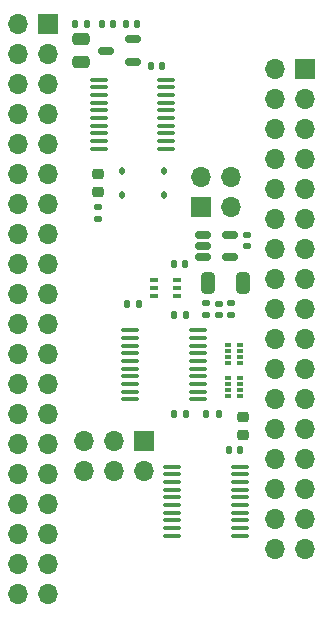
<source format=gbr>
G04 #@! TF.GenerationSoftware,KiCad,Pcbnew,9.0.0*
G04 #@! TF.CreationDate,2025-03-30T00:29:37+00:00*
G04 #@! TF.ProjectId,1MHzAdaptor,314d487a-4164-4617-9074-6f722e6b6963,03b*
G04 #@! TF.SameCoordinates,Original*
G04 #@! TF.FileFunction,Soldermask,Top*
G04 #@! TF.FilePolarity,Negative*
%FSLAX46Y46*%
G04 Gerber Fmt 4.6, Leading zero omitted, Abs format (unit mm)*
G04 Created by KiCad (PCBNEW 9.0.0) date 2025-03-30 00:29:37*
%MOMM*%
%LPD*%
G01*
G04 APERTURE LIST*
G04 Aperture macros list*
%AMRoundRect*
0 Rectangle with rounded corners*
0 $1 Rounding radius*
0 $2 $3 $4 $5 $6 $7 $8 $9 X,Y pos of 4 corners*
0 Add a 4 corners polygon primitive as box body*
4,1,4,$2,$3,$4,$5,$6,$7,$8,$9,$2,$3,0*
0 Add four circle primitives for the rounded corners*
1,1,$1+$1,$2,$3*
1,1,$1+$1,$4,$5*
1,1,$1+$1,$6,$7*
1,1,$1+$1,$8,$9*
0 Add four rect primitives between the rounded corners*
20,1,$1+$1,$2,$3,$4,$5,0*
20,1,$1+$1,$4,$5,$6,$7,0*
20,1,$1+$1,$6,$7,$8,$9,0*
20,1,$1+$1,$8,$9,$2,$3,0*%
G04 Aperture macros list end*
%ADD10R,1.700000X1.700000*%
%ADD11O,1.700000X1.700000*%
%ADD12RoundRect,0.100000X-0.225000X-0.100000X0.225000X-0.100000X0.225000X0.100000X-0.225000X0.100000X0*%
%ADD13RoundRect,0.140000X0.140000X0.170000X-0.140000X0.170000X-0.140000X-0.170000X0.140000X-0.170000X0*%
%ADD14RoundRect,0.100000X-0.637500X-0.100000X0.637500X-0.100000X0.637500X0.100000X-0.637500X0.100000X0*%
%ADD15RoundRect,0.112500X-0.112500X0.187500X-0.112500X-0.187500X0.112500X-0.187500X0.112500X0.187500X0*%
%ADD16R,0.500000X0.320000*%
%ADD17RoundRect,0.135000X-0.135000X-0.185000X0.135000X-0.185000X0.135000X0.185000X-0.135000X0.185000X0*%
%ADD18RoundRect,0.135000X0.185000X-0.135000X0.185000X0.135000X-0.185000X0.135000X-0.185000X-0.135000X0*%
%ADD19RoundRect,0.135000X-0.185000X0.135000X-0.185000X-0.135000X0.185000X-0.135000X0.185000X0.135000X0*%
%ADD20RoundRect,0.140000X-0.170000X0.140000X-0.170000X-0.140000X0.170000X-0.140000X0.170000X0.140000X0*%
%ADD21RoundRect,0.250000X-0.325000X-0.650000X0.325000X-0.650000X0.325000X0.650000X-0.325000X0.650000X0*%
%ADD22RoundRect,0.218750X-0.256250X0.218750X-0.256250X-0.218750X0.256250X-0.218750X0.256250X0.218750X0*%
%ADD23RoundRect,0.135000X0.135000X0.185000X-0.135000X0.185000X-0.135000X-0.185000X0.135000X-0.185000X0*%
%ADD24RoundRect,0.218750X0.256250X-0.218750X0.256250X0.218750X-0.256250X0.218750X-0.256250X-0.218750X0*%
%ADD25RoundRect,0.250000X-0.475000X0.250000X-0.475000X-0.250000X0.475000X-0.250000X0.475000X0.250000X0*%
%ADD26RoundRect,0.140000X-0.140000X-0.170000X0.140000X-0.170000X0.140000X0.170000X-0.140000X0.170000X0*%
%ADD27RoundRect,0.140000X0.170000X-0.140000X0.170000X0.140000X-0.170000X0.140000X-0.170000X-0.140000X0*%
%ADD28RoundRect,0.150000X0.512500X0.150000X-0.512500X0.150000X-0.512500X-0.150000X0.512500X-0.150000X0*%
%ADD29RoundRect,0.150000X-0.512500X-0.150000X0.512500X-0.150000X0.512500X0.150000X-0.512500X0.150000X0*%
G04 APERTURE END LIST*
D10*
X140995400Y-71374000D03*
D11*
X140995400Y-68834000D03*
X143535400Y-71374000D03*
X143535400Y-68834000D03*
D12*
X137022800Y-77556600D03*
X137022800Y-78206600D03*
X137022800Y-78856600D03*
X138922800Y-78856600D03*
X138922800Y-78206600D03*
X138922800Y-77556600D03*
D13*
X139672000Y-80518000D03*
X138712000Y-80518000D03*
X144294800Y-91948000D03*
X143334800Y-91948000D03*
X137690800Y-59436000D03*
X136730800Y-59436000D03*
D14*
X134957900Y-81784000D03*
X134957900Y-82434000D03*
X134957900Y-83084000D03*
X134957900Y-83734000D03*
X134957900Y-84384000D03*
X134957900Y-85034000D03*
X134957900Y-85684000D03*
X134957900Y-86334000D03*
X134957900Y-86984000D03*
X134957900Y-87634000D03*
X140682900Y-87634000D03*
X140682900Y-86984000D03*
X140682900Y-86334000D03*
X140682900Y-85684000D03*
X140682900Y-85034000D03*
X140682900Y-84384000D03*
X140682900Y-83734000D03*
X140682900Y-83084000D03*
X140682900Y-82434000D03*
X140682900Y-81784000D03*
D15*
X137820400Y-68279300D03*
X137820400Y-70379300D03*
D16*
X143225900Y-83070000D03*
X143225900Y-83570000D03*
X143225900Y-84070000D03*
X143225900Y-84570000D03*
X144225900Y-84570000D03*
X144225900Y-84070000D03*
X144225900Y-83570000D03*
X144225900Y-83070000D03*
D14*
X138513900Y-93341000D03*
X138513900Y-93991000D03*
X138513900Y-94641000D03*
X138513900Y-95291000D03*
X138513900Y-95941000D03*
X138513900Y-96591000D03*
X138513900Y-97241000D03*
X138513900Y-97891000D03*
X138513900Y-98541000D03*
X138513900Y-99191000D03*
X144238900Y-99191000D03*
X144238900Y-98541000D03*
X144238900Y-97891000D03*
X144238900Y-97241000D03*
X144238900Y-96591000D03*
X144238900Y-95941000D03*
X144238900Y-95291000D03*
X144238900Y-94641000D03*
X144238900Y-93991000D03*
X144238900Y-93341000D03*
D17*
X134668800Y-79603600D03*
X135688800Y-79603600D03*
D18*
X141376400Y-80520000D03*
X141376400Y-79500000D03*
D19*
X143535400Y-79500000D03*
X143535400Y-80520000D03*
D10*
X149758400Y-59650000D03*
D11*
X147218400Y-59650000D03*
X149758400Y-62190000D03*
X147218400Y-62190000D03*
X149758400Y-64730000D03*
X147218400Y-64730000D03*
X149758400Y-67270000D03*
X147218400Y-67270000D03*
X149758400Y-69810000D03*
X147218400Y-69810000D03*
X149758400Y-72350000D03*
X147218400Y-72350000D03*
X149758400Y-74890000D03*
X147218400Y-74890000D03*
X149758400Y-77430000D03*
X147218400Y-77430000D03*
X149758400Y-79970000D03*
X147218400Y-79970000D03*
X149758400Y-82510000D03*
X147218400Y-82510000D03*
X149758400Y-85050000D03*
X147218400Y-85050000D03*
X149758400Y-87590000D03*
X147218400Y-87590000D03*
X149758400Y-90130000D03*
X147218400Y-90130000D03*
X149758400Y-92670000D03*
X147218400Y-92670000D03*
X149758400Y-95210000D03*
X147218400Y-95210000D03*
X149758400Y-97750000D03*
X147218400Y-97750000D03*
X149758400Y-100290000D03*
X147218400Y-100290000D03*
D20*
X142468600Y-79530000D03*
X142468600Y-80490000D03*
D21*
X141590500Y-77762100D03*
X144540500Y-77762100D03*
D22*
X132270500Y-68541800D03*
X132270500Y-70116800D03*
D19*
X132232400Y-71395000D03*
X132232400Y-72415000D03*
D23*
X142447600Y-88874600D03*
X141427600Y-88874600D03*
D24*
X144500600Y-90678100D03*
X144500600Y-89103100D03*
D16*
X143225900Y-85852000D03*
X143225900Y-86352000D03*
X143225900Y-86852000D03*
X143225900Y-87352000D03*
X144225900Y-87352000D03*
X144225900Y-86852000D03*
X144225900Y-86352000D03*
X144225900Y-85852000D03*
D25*
X130810000Y-57165200D03*
X130810000Y-59065200D03*
D13*
X135557200Y-55829200D03*
X134597200Y-55829200D03*
D26*
X132565200Y-55829200D03*
X133525200Y-55829200D03*
D27*
X144881600Y-74673400D03*
X144881600Y-73713400D03*
D17*
X130300000Y-55829200D03*
X131320000Y-55829200D03*
D14*
X132290900Y-60575000D03*
X132290900Y-61225000D03*
X132290900Y-61875000D03*
X132290900Y-62525000D03*
X132290900Y-63175000D03*
X132290900Y-63825000D03*
X132290900Y-64475000D03*
X132290900Y-65125000D03*
X132290900Y-65775000D03*
X132290900Y-66425000D03*
X138015900Y-66425000D03*
X138015900Y-65775000D03*
X138015900Y-65125000D03*
X138015900Y-64475000D03*
X138015900Y-63825000D03*
X138015900Y-63175000D03*
X138015900Y-62525000D03*
X138015900Y-61875000D03*
X138015900Y-61225000D03*
X138015900Y-60575000D03*
D28*
X135198700Y-59065200D03*
X135198700Y-57165200D03*
X132923700Y-58115200D03*
D13*
X139621200Y-76200000D03*
X138661200Y-76200000D03*
D17*
X138656600Y-88874600D03*
X139676600Y-88874600D03*
D29*
X141127900Y-73726000D03*
X141127900Y-74676000D03*
X141127900Y-75626000D03*
X143402900Y-75626000D03*
X143402900Y-73726000D03*
D10*
X127988400Y-55880000D03*
D11*
X125448400Y-55880000D03*
X127988400Y-58420000D03*
X125448400Y-58420000D03*
X127988400Y-60960000D03*
X125448400Y-60960000D03*
X127988400Y-63500000D03*
X125448400Y-63500000D03*
X127988400Y-66040000D03*
X125448400Y-66040000D03*
X127988400Y-68580000D03*
X125448400Y-68580000D03*
X127988400Y-71120000D03*
X125448400Y-71120000D03*
X127988400Y-73660000D03*
X125448400Y-73660000D03*
X127988400Y-76200000D03*
X125448400Y-76200000D03*
X127988400Y-78740000D03*
X125448400Y-78740000D03*
X127988400Y-81280000D03*
X125448400Y-81280000D03*
X127988400Y-83820000D03*
X125448400Y-83820000D03*
X127988400Y-86360000D03*
X125448400Y-86360000D03*
X127988400Y-88900000D03*
X125448400Y-88900000D03*
X127988400Y-91440000D03*
X125448400Y-91440000D03*
X127988400Y-93980000D03*
X125448400Y-93980000D03*
X127988400Y-96520000D03*
X125448400Y-96520000D03*
X127988400Y-99060000D03*
X125448400Y-99060000D03*
X127988400Y-101600000D03*
X125448400Y-101600000D03*
X127988400Y-104140000D03*
X125448400Y-104140000D03*
D10*
X136118600Y-91160600D03*
D11*
X136118600Y-93700600D03*
X133578600Y-91160600D03*
X133578600Y-93700600D03*
X131038600Y-91160600D03*
X131038600Y-93700600D03*
D15*
X134288400Y-68279300D03*
X134288400Y-70379300D03*
M02*

</source>
